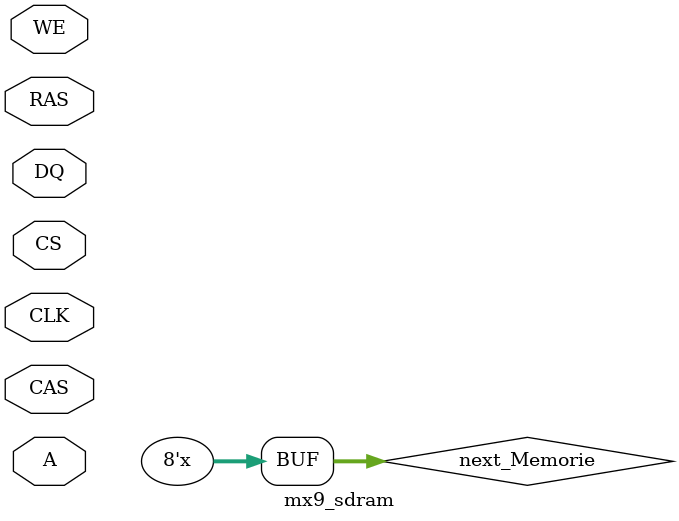
<source format=v>


`timescale 1ns / 1ps

module  mx9_sdram (A, CAS, CLK, CS, DQ, RAS, WE);
input   CAS;
input   CLK;
input   CS;
input   RAS;
input   WE;
input   [0:11]A;
input   [0:7]DQ;

tri     [0:11]A;
reg     [0:11]ino_A;
wire    CAS;
wire    CLK;
wire    CS;
tri     [0:7]DQ;
reg     [0:7]ino_DQ;
wire    RAS;
wire    WE;

// BINARY ENCODED state machine: Sreg0
// State codes definitions:
`define S1 3'b000
`define S2 3'b001
`define S3 3'b010
`define S4 3'b011
`define S5 3'b100
`define S6 3'b101

reg [2:0]CurrState_Sreg0, NextState_Sreg0;

// Diagram actions (continuous assignments allowed only: assign ...)
//diagram ACTIONS


//--------------------------------------------------------------------
// Machine: Sreg0
//--------------------------------------------------------------------
// machine variables declarations
reg  [0:7]Memorie, next_Memorie;
//----------------------------------
// NextState logic (combinatorial)
//----------------------------------
always @ (DQ or CS or RAS or CAS or WE or Memorie or CurrState_Sreg0)
begin : Sreg0_NextState
	NextState_Sreg0 <= CurrState_Sreg0;
	// Set default values for outputs and signals
	next_Memorie = Memorie;
	case (CurrState_Sreg0)	// synopsys parallel_case full_case
		`S1:
			if (CS != 1)
				NextState_Sreg0 <= `S1;
			else if (CS == 1)
				NextState_Sreg0 <= `S2;
		`S2:
			if (RAS != 1 || CAS != 1)
				NextState_Sreg0 <= `S1;
			else if (RAS == 1 && CAS == 1)
				NextState_Sreg0 <= `S3;
		`S3:
		begin
			Memorie = DQ;
			if (WE != 1)
				NextState_Sreg0 <= `S6;
			else if (WE == 1)
				NextState_Sreg0 <= `S4;
		end
		`S4:
			NextState_Sreg0 <= `S5;
		`S5:
			NextState_Sreg0 <= `S1;
		`S6:
			NextState_Sreg0 <= `S5;
	endcase
end

//----------------------------------
// Current State Logic (sequential)
//----------------------------------
always @ (posedge CLK)
begin : Sreg0_CurrentState
	CurrState_Sreg0 <= NextState_Sreg0;
end

//----------------------------------
// Registered outputs logic
//----------------------------------
always @ (posedge CLK)
begin : Sreg0_RegOutput
	Memorie <= next_Memorie;
end

endmodule
</source>
